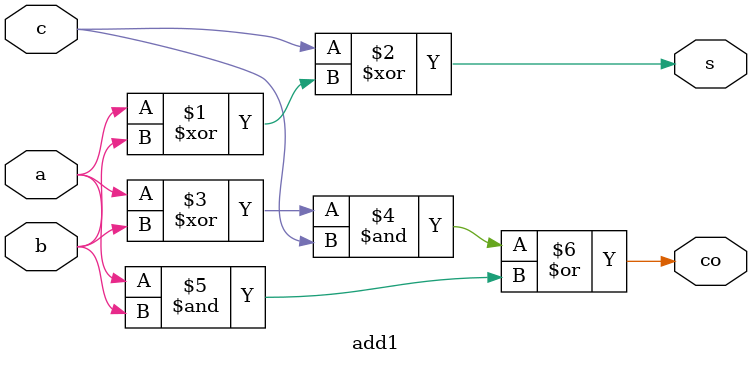
<source format=v>
module add1(
	input a,b,c,
	output s,co
);
assign s=c^(a^b);
assign co=((a^b)&c)|(a&b);

endmodule

</source>
